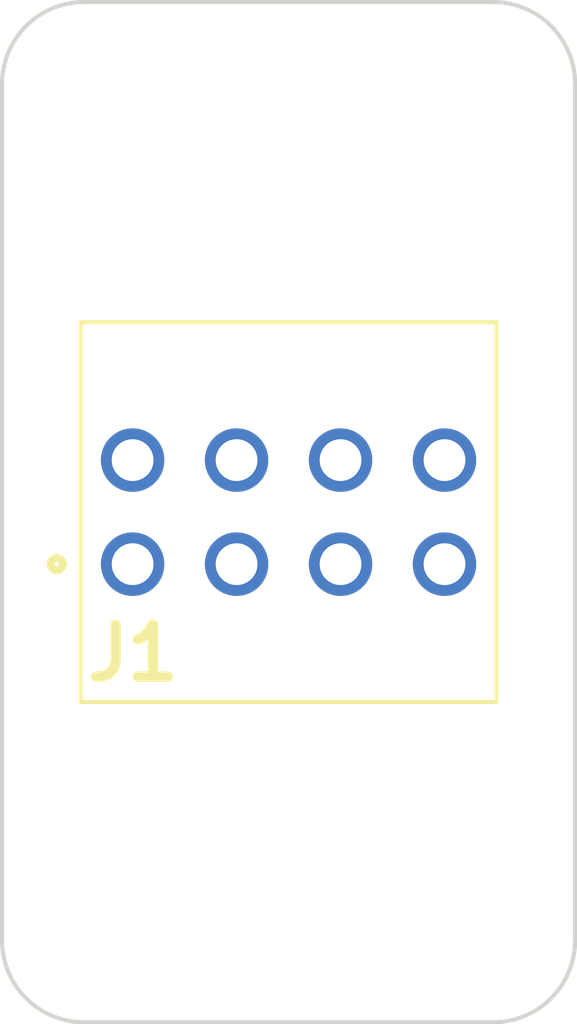
<source format=kicad_pcb>
(kicad_pcb (version 20221018) (generator pcbnew)
  (layers (0 "F.Cu" signal) (31 "B.Cu" signal) (34 "B.Paste" user) (35 "F.Paste" user) (36 "B.SilkS" user "B.Silkscreen") (37 "F.SilkS" user "F.Silkscreen") (38 "B.Mask" user) (39 "F.Mask" user) (44 "Edge.Cuts" user))
  (net 0 "")
  (footprint "SamacSys_Parts:TSS-104-XX-YYY-D (WITH MOUNTING)" (layer "F.Cu") (at 143.19 100.72)
    (fp_text reference "J1" (at 0.01 2.17) (layer "F.SilkS") (effects (font (size 1.27 1.27) (thickness 0.254))))
    (fp_text value "TSS-104-01-L-D" hide)
    (fp_line (start -1.27 -5.905) (end 8.89 -5.905) (stroke (width 0.1)) (layer "F.SilkS"))
    (fp_line (start -1.27 3.365) (end -1.27 -5.905) (stroke (width 0.1)) (layer "F.SilkS"))
    (fp_line (start 8.89 -5.905) (end 8.89 3.365) (stroke (width 0.1)) (layer "F.SilkS"))
    (fp_line (start 8.89 3.365) (end -1.27 3.365) (stroke (width 0.1)) (layer "F.SilkS"))
    (fp_circle (center -1.85 0) (end -1.85 0.05) (stroke (width 0.2)) (fill none) (layer "F.SilkS"))
    (pad "" np_thru_hole circle (at 3.81 -9.81) (size 5.88 5.88) (drill 5.88) (layers "F&B.Cu" "*.Mask"))
    (pad "" np_thru_hole circle (at 3.81 7.27) (size 5.88 5.88) (drill 5.88) (layers "F&B.Cu" "*.Mask"))
    (pad "1" thru_hole circle (at 0 0) (size 1.55 1.55) (drill 1.02) (layers "*.Cu" "*.Mask"))
    (pad "2" thru_hole circle (at 0 -2.54) (size 1.55 1.55) (drill 1.02) (layers "*.Cu" "*.Mask"))
    (pad "3" thru_hole circle (at 2.54 0) (size 1.55 1.55) (drill 1.02) (layers "*.Cu" "*.Mask"))
    (pad "4" thru_hole circle (at 2.54 -2.54) (size 1.55 1.55) (drill 1.02) (layers "*.Cu" "*.Mask"))
    (pad "5" thru_hole circle (at 5.08 0) (size 1.55 1.55) (drill 1.02) (layers "*.Cu" "*.Mask"))
    (pad "6" thru_hole circle (at 5.08 -2.54) (size 1.55 1.55) (drill 1.02) (layers "*.Cu" "*.Mask"))
    (pad "7" thru_hole circle (at 7.62 0) (size 1.55 1.55) (drill 1.02) (layers "*.Cu" "*.Mask"))
    (pad "8" thru_hole circle (at 7.62 -2.54) (size 1.55 1.55) (drill 1.02) (layers "*.Cu" "*.Mask"))
  )
  (gr_arc (start 140 89) (mid 140.585786 87.585786) (end 142 87) (stroke (width 0.1)) (layer "Edge.Cuts"))
  (gr_arc (start 154 109.9) (mid 153.414214 111.314214) (end 152 111.9) (stroke (width 0.1)) (layer "Edge.Cuts"))
  (gr_line (start 152 111.9) (end 142 111.9) (stroke (width 0.1)) (layer "Edge.Cuts"))
  (gr_line (start 142 87) (end 152 87) (stroke (width 0.1)) (layer "Edge.Cuts"))
  (gr_arc (start 152 87) (mid 153.414214 87.585786) (end 154 89) (stroke (width 0.1)) (layer "Edge.Cuts"))
  (gr_line (start 140 109.9) (end 140 89) (stroke (width 0.1)) (layer "Edge.Cuts"))
  (gr_line (start 154 89) (end 154 109.9) (stroke (width 0.1)) (layer "Edge.Cuts"))
  (gr_arc (start 142 111.9) (mid 140.585786 111.314214) (end 140 109.9) (stroke (width 0.1)) (layer "Edge.Cuts"))
)
</source>
